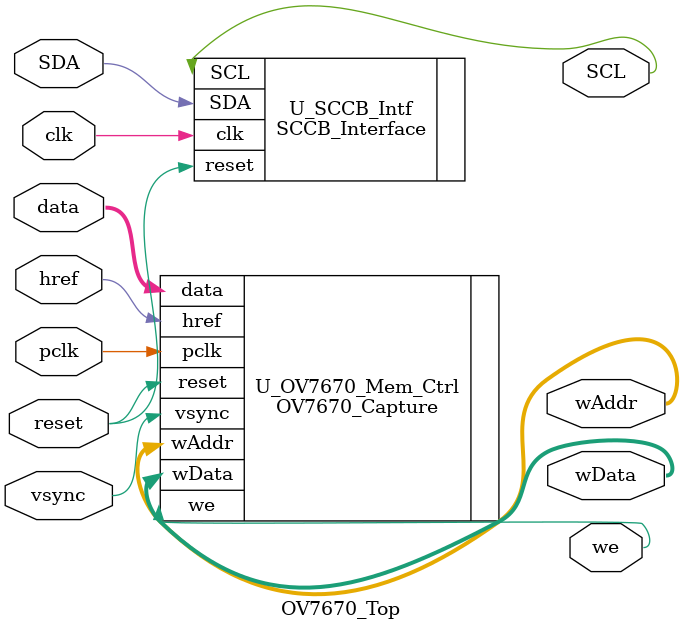
<source format=sv>
`timescale 1ns / 1ps

module OV7670_Top #(
    parameter IMG_WIDTH  = 320,
    parameter IMG_HEIGHT = 240,
    parameter ADDR_WIDTH = $clog2(IMG_WIDTH * IMG_HEIGHT)
) (
    input  logic                  clk,
    input  logic                  reset,
    output tri                    SCL,
    inout  tri                    SDA,
    input  logic                  pclk,
    input  logic                  href,
    input  logic                  vsync,
    input  logic [           7:0] data,
    output logic                  we,
    output logic [ADDR_WIDTH-1:0] wAddr,
    output logic [          15:0] wData
);

    SCCB_Interface U_SCCB_Intf (
        .clk  (clk),
        .reset(reset),
        .SCL  (SCL),
        .SDA  (SDA)
    );

    OV7670_Capture #(
        .IMG_WIDTH (IMG_WIDTH),
        .IMG_HEIGHT(IMG_HEIGHT)
    ) U_OV7670_Mem_Ctrl (
        .pclk (pclk),
        .reset(reset),
        .href (href),
        .vsync(vsync),
        .data (data),
        .we   (we),
        .wAddr(wAddr),
        .wData(wData)
    );

endmodule

</source>
